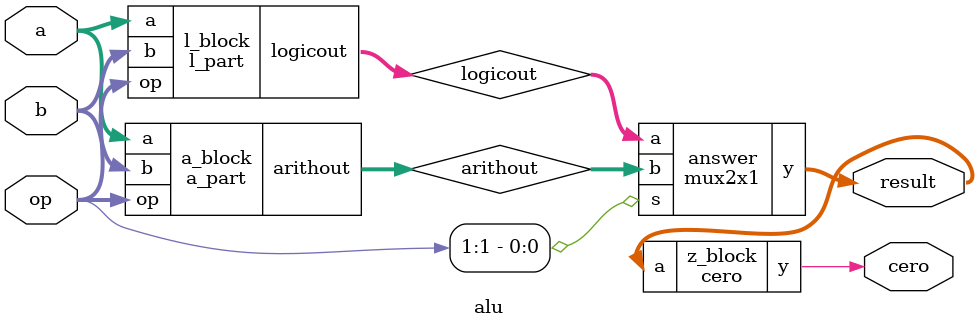
<source format=v>
module Adder (a, b, s, y);
	    //2 1 0		
	//ADD 0 1 0
	//SUB 1 1 0
	input [31:0] a, b;
	input s;
	output reg[31:0] y;
	always @(*)begin
	case(s)
	1'b0:	y <= a + b;
	1'b1:	y <= a + b + 1;
	default: y <= a + b;
	endcase
end	
endmodule

module mux2x1  (a, b, s, y);
	input [31:0] a, b;
	input s;
	output [31:0]y;
	assign y = s? b : a;
endmodule


module adder_substractor (a, b, s, y);
	    //2 1 0		
	//ADD 0 1 0
	//SUB 1 1 0
	
	//STL 1 1 1
	input [31:0] a, b;
	input s;
	wire [31:0] con;
	output [31:0] y;
	mux2x1  first_mux(b, ~b, s, con);
	Adder   first_adder(a, con, s, y);
	
endmodule

module stl  (a, s, y);
	    //2 1 0		
	//ADD 0 1 0
	//SUB 1 1 0
	
	//STL 1 1 1
	input [31:0] a;
	input s;
	reg [31:0] extend;
	output [31:0] y;
	always @(*)begin
		extend = {31'b0,a[31]};	
	end

	mux2x1  first_mux(a, extend, s, y);
	
endmodule

module a_part  (a, b, op, arithout);
	    //2 1 0		
	//ADD 0 1 0
	//SUB 1 1 0
	
	//STL 1 1 1
	input [31:0] a, b;
	input [2:0] op;
	wire [31:0] addout;
	output  [31:0] arithout;
	
	adder_substractor  first_adder_substractor(a, b, op[2], addout);
	stl  first_stl(addout, op[0], arithout);
endmodule

module l_part (a, b, op, logicout);
	    //210		
	//ADD 010
	//SUB 110
	//STL 111
	input [31:0] a, b;
	input [2:0] op;
	output reg[31:0] logicout;

	always @ (*) begin
		case(op)
		3'b000	:	logicout = a & b;	//AND	
		3'b001	:	logicout = a | b; 	//OR
		//3'b110	:	logicout = a ^ b;
		//3'b111	:	logicout = a ~| b;
		default :	logicout = 32'bx;
		endcase
	end
endmodule	

module cero (a, y);
	input [31:0] a;
	output reg y;
	always @(*)begin
	if(a==32'b0)
	begin
		y = 1;
	end	
	else
	begin
		y = 0;
	end
	end
endmodule


module alu (a, b, op, result, cero);
	input [31:0] a, b;
	input [2:0] op;
	output [31:0] result;
	output cero;
	wire [31:0]arithout, logicout;
	//arith
	//ADD 0 1 0
	//SUB 1 1 0
	//STL 1 1 1
	
	//logic
	//AND 0 0 0
	//OR  0 0 1  
		a_part  a_block(a, b, op, arithout);
		
		l_part  l_block(a, b, op, logicout);
		
		mux2x1  answer(logicout, arithout, op[1], result);
		cero  z_block(result, cero);
endmodule
	

</source>
